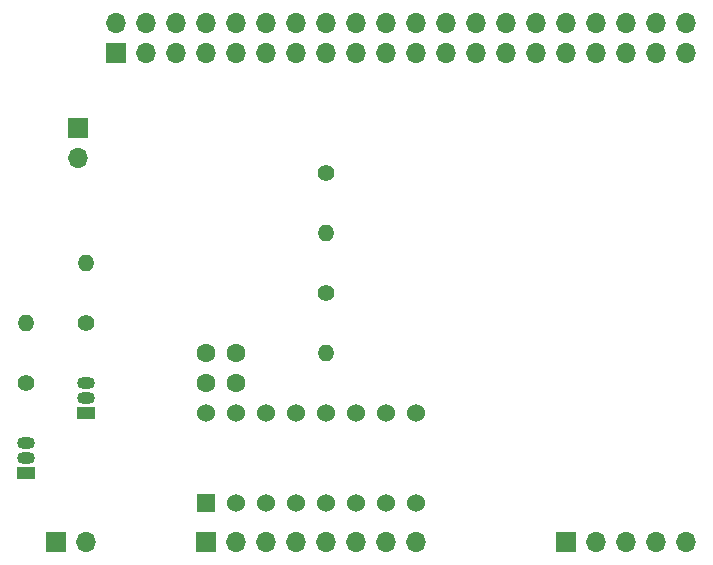
<source format=gbr>
%TF.GenerationSoftware,KiCad,Pcbnew,8.0.6*%
%TF.CreationDate,2024-11-09T21:25:44+11:00*%
%TF.ProjectId,aqua-pi-shield,61717561-2d70-4692-9d73-6869656c642e,rev?*%
%TF.SameCoordinates,Original*%
%TF.FileFunction,Soldermask,Top*%
%TF.FilePolarity,Negative*%
%FSLAX46Y46*%
G04 Gerber Fmt 4.6, Leading zero omitted, Abs format (unit mm)*
G04 Created by KiCad (PCBNEW 8.0.6) date 2024-11-09 21:25:44*
%MOMM*%
%LPD*%
G01*
G04 APERTURE LIST*
%ADD10R,1.700000X1.700000*%
%ADD11O,1.700000X1.700000*%
%ADD12C,1.400000*%
%ADD13O,1.400000X1.400000*%
%ADD14C,1.600000*%
%ADD15R,1.500000X1.050000*%
%ADD16O,1.500000X1.050000*%
%ADD17R,1.524000X1.524000*%
%ADD18C,1.524000*%
G04 APERTURE END LIST*
D10*
%TO.C,J4*%
X134600000Y-117520000D03*
D11*
X137140000Y-117520000D03*
X139680000Y-117520000D03*
X142220000Y-117520000D03*
X144760000Y-117520000D03*
%TD*%
D12*
%TO.C,R1*%
X114300000Y-96520000D03*
D13*
X114300000Y-101600000D03*
%TD*%
D12*
%TO.C,R2*%
X114300000Y-86360000D03*
D13*
X114300000Y-91440000D03*
%TD*%
D10*
%TO.C,J3*%
X91440000Y-117520000D03*
D11*
X93980000Y-117520000D03*
%TD*%
D10*
%TO.C,J2*%
X104140000Y-117520000D03*
D11*
X106680000Y-117520000D03*
X109220000Y-117520000D03*
X111760000Y-117520000D03*
X114300000Y-117520000D03*
X116840000Y-117520000D03*
X119380000Y-117520000D03*
X121920000Y-117520000D03*
%TD*%
D12*
%TO.C,R4*%
X93980000Y-99060000D03*
D13*
X93980000Y-93980000D03*
%TD*%
D14*
%TO.C,C2*%
X106680000Y-101600000D03*
X104180000Y-101600000D03*
%TD*%
D10*
%TO.C,J5*%
X93300000Y-82520000D03*
D11*
X93300000Y-85060000D03*
%TD*%
D10*
%TO.C,J1*%
X96520000Y-76200000D03*
D11*
X96520000Y-73660000D03*
X99060000Y-76200000D03*
X99060000Y-73660000D03*
X101600000Y-76200000D03*
X101600000Y-73660000D03*
X104140000Y-76200000D03*
X104140000Y-73660000D03*
X106680000Y-76200000D03*
X106680000Y-73660000D03*
X109220000Y-76200000D03*
X109220000Y-73660000D03*
X111760000Y-76200000D03*
X111760000Y-73660000D03*
X114300000Y-76200000D03*
X114300000Y-73660000D03*
X116840000Y-76200000D03*
X116840000Y-73660000D03*
X119380000Y-76200000D03*
X119380000Y-73660000D03*
X121920000Y-76200000D03*
X121920000Y-73660000D03*
X124460000Y-76200000D03*
X124460000Y-73660000D03*
X127000000Y-76200000D03*
X127000000Y-73660000D03*
X129540000Y-76200000D03*
X129540000Y-73660000D03*
X132080000Y-76200000D03*
X132080000Y-73660000D03*
X134620000Y-76200000D03*
X134620000Y-73660000D03*
X137160000Y-76200000D03*
X137160000Y-73660000D03*
X139700000Y-76200000D03*
X139700000Y-73660000D03*
X142240000Y-76200000D03*
X142240000Y-73660000D03*
X144780000Y-76200000D03*
X144780000Y-73660000D03*
%TD*%
D12*
%TO.C,R3*%
X88900000Y-104140000D03*
D13*
X88900000Y-99060000D03*
%TD*%
D15*
%TO.C,Q2*%
X88900000Y-111760000D03*
D16*
X88900000Y-110490000D03*
X88900000Y-109220000D03*
%TD*%
D15*
%TO.C,Q1*%
X93980000Y-106680000D03*
D16*
X93980000Y-105410000D03*
X93980000Y-104140000D03*
%TD*%
D17*
%TO.C,U1*%
X104140000Y-114300000D03*
D18*
X106680000Y-114300000D03*
X109220000Y-114300000D03*
X111760000Y-114300000D03*
X114300000Y-114300000D03*
X116840000Y-114300000D03*
X119380000Y-114300000D03*
X121920000Y-114300000D03*
X121920000Y-106680000D03*
X119380000Y-106680000D03*
X116840000Y-106680000D03*
X114300000Y-106680000D03*
X111760000Y-106680000D03*
X109220000Y-106680000D03*
X106680000Y-106680000D03*
X104140000Y-106680000D03*
%TD*%
D14*
%TO.C,C1*%
X106680000Y-104140000D03*
X104180000Y-104140000D03*
%TD*%
M02*

</source>
